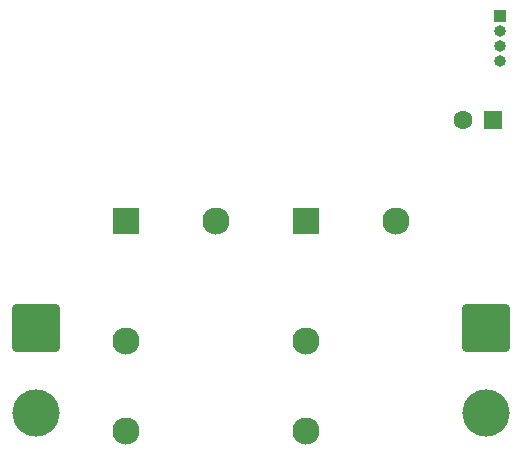
<source format=gbr>
%TF.GenerationSoftware,KiCad,Pcbnew,(6.0.0)*%
%TF.CreationDate,2022-01-08T23:02:58+00:00*%
%TF.ProjectId,2Relay,3252656c-6179-42e6-9b69-6361645f7063,rev?*%
%TF.SameCoordinates,Original*%
%TF.FileFunction,Soldermask,Bot*%
%TF.FilePolarity,Negative*%
%FSLAX46Y46*%
G04 Gerber Fmt 4.6, Leading zero omitted, Abs format (unit mm)*
G04 Created by KiCad (PCBNEW (6.0.0)) date 2022-01-08 23:02:58*
%MOMM*%
%LPD*%
G01*
G04 APERTURE LIST*
G04 Aperture macros list*
%AMRoundRect*
0 Rectangle with rounded corners*
0 $1 Rounding radius*
0 $2 $3 $4 $5 $6 $7 $8 $9 X,Y pos of 4 corners*
0 Add a 4 corners polygon primitive as box body*
4,1,4,$2,$3,$4,$5,$6,$7,$8,$9,$2,$3,0*
0 Add four circle primitives for the rounded corners*
1,1,$1+$1,$2,$3*
1,1,$1+$1,$4,$5*
1,1,$1+$1,$6,$7*
1,1,$1+$1,$8,$9*
0 Add four rect primitives between the rounded corners*
20,1,$1+$1,$2,$3,$4,$5,0*
20,1,$1+$1,$4,$5,$6,$7,0*
20,1,$1+$1,$6,$7,$8,$9,0*
20,1,$1+$1,$8,$9,$2,$3,0*%
G04 Aperture macros list end*
%ADD10R,1.000000X1.000000*%
%ADD11O,1.000000X1.000000*%
%ADD12R,2.300000X2.300000*%
%ADD13C,2.300000*%
%ADD14RoundRect,0.250000X-1.750000X1.750000X-1.750000X-1.750000X1.750000X-1.750000X1.750000X1.750000X0*%
%ADD15C,4.000000*%
%ADD16R,1.600000X1.600000*%
%ADD17C,1.600000*%
G04 APERTURE END LIST*
D10*
%TO.C,J1*%
X126288800Y-50038000D03*
D11*
X126288800Y-51308000D03*
X126288800Y-52578000D03*
X126288800Y-53848000D03*
%TD*%
D12*
%TO.C,K2*%
X109865000Y-67325000D03*
D13*
X109865000Y-77485000D03*
X109865000Y-85105000D03*
X117485000Y-67325000D03*
%TD*%
D14*
%TO.C,J3*%
X125095000Y-76410000D03*
D15*
X125095000Y-83610000D03*
%TD*%
D12*
%TO.C,K1*%
X94625000Y-67325000D03*
D13*
X94625000Y-77485000D03*
X94625000Y-85105000D03*
X102245000Y-67325000D03*
%TD*%
D16*
%TO.C,C4*%
X125642380Y-58826400D03*
D17*
X123142380Y-58826400D03*
%TD*%
D14*
%TO.C,J2*%
X86995000Y-76410000D03*
D15*
X86995000Y-83610000D03*
%TD*%
M02*

</source>
